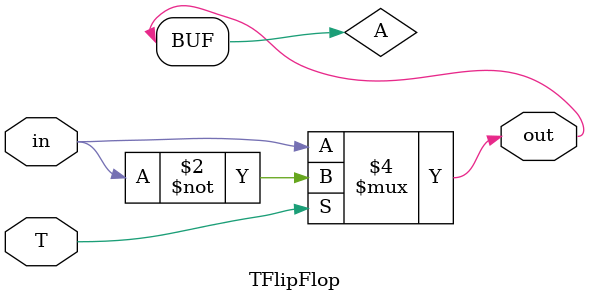
<source format=v>
module TFlipFlop (out,in,T);
input in,T;
output out;
reg A;
always @* begin
    if(T)
        A=~in;
    else
        A=in;
end
assign out=A;
    
endmodule
</source>
